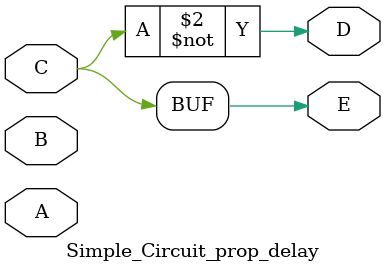
<source format=v>
module	Simple_Circuit_prop_delay(A, B, C, D, E);
	output	D, E;
	input	A, B, C;
	wire	w1;
	
	and		#(30)G1(w1, A, B);
	or		#(10)G2(E, C);
	not		#(20)G3(D, w1, E);
endmodule
</source>
